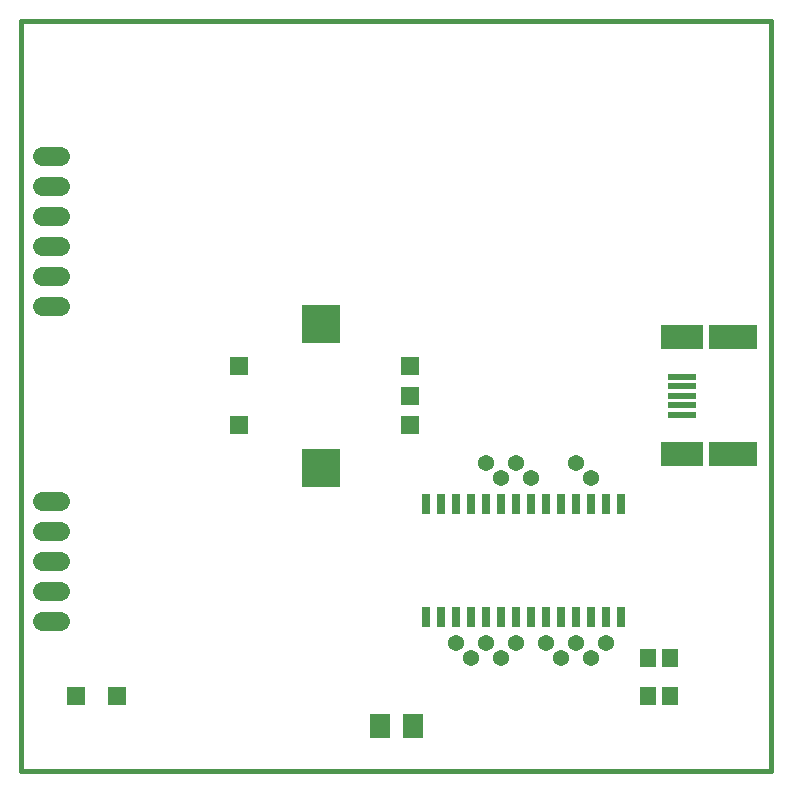
<source format=gts>
G75*
%MOIN*%
%OFA0B0*%
%FSLAX24Y24*%
%IPPOS*%
%LPD*%
%AMOC8*
5,1,8,0,0,1.08239X$1,22.5*
%
%ADD10C,0.0160*%
%ADD11R,0.0631X0.0631*%
%ADD12R,0.0670X0.0827*%
%ADD13R,0.0552X0.0631*%
%ADD14R,0.0296X0.0709*%
%ADD15R,0.0634X0.0634*%
%ADD16R,0.1306X0.1306*%
%ADD17C,0.0540*%
%ADD18R,0.0926X0.0237*%
%ADD19R,0.1615X0.0847*%
%ADD20R,0.1418X0.0847*%
%ADD21C,0.0640*%
D10*
X002050Y000180D02*
X002050Y025180D01*
X027050Y025180D01*
X027050Y000180D01*
X002050Y000180D01*
D11*
X003861Y002680D03*
X005239Y002680D03*
D12*
X013999Y001680D03*
X015101Y001680D03*
D13*
X022926Y002680D03*
X023674Y002680D03*
X023674Y003930D03*
X022926Y003930D03*
D14*
X022050Y005298D03*
X021550Y005298D03*
X021050Y005298D03*
X020550Y005298D03*
X020050Y005298D03*
X019550Y005298D03*
X019050Y005298D03*
X018550Y005298D03*
X018050Y005298D03*
X017550Y005298D03*
X017050Y005298D03*
X016550Y005298D03*
X016050Y005298D03*
X015550Y005298D03*
X015550Y009062D03*
X016050Y009062D03*
X016550Y009062D03*
X017050Y009062D03*
X017550Y009062D03*
X018050Y009062D03*
X018550Y009062D03*
X019050Y009062D03*
X019550Y009062D03*
X020050Y009062D03*
X020550Y009062D03*
X021050Y009062D03*
X021550Y009062D03*
X022050Y009062D03*
D15*
X015003Y011696D03*
X015003Y012680D03*
X015003Y013664D03*
X009294Y013664D03*
X009294Y011696D03*
D16*
X012050Y010278D03*
X012050Y015082D03*
D17*
X017550Y010430D03*
X018050Y009930D03*
X018550Y010430D03*
X019050Y009930D03*
X020550Y010430D03*
X021050Y009930D03*
X020550Y004430D03*
X020050Y003930D03*
X019550Y004430D03*
X018550Y004430D03*
X018050Y003930D03*
X017550Y004430D03*
X017050Y003930D03*
X016550Y004430D03*
X021050Y003930D03*
X021550Y004430D03*
D18*
X024089Y012050D03*
X024089Y012365D03*
X024089Y012680D03*
X024089Y012995D03*
X024089Y013310D03*
D19*
X025763Y014629D03*
X025763Y010731D03*
D20*
X024089Y010731D03*
X024089Y014629D03*
D21*
X003350Y015680D02*
X002750Y015680D01*
X002750Y016680D02*
X003350Y016680D01*
X003350Y017680D02*
X002750Y017680D01*
X002750Y018680D02*
X003350Y018680D01*
X003350Y019680D02*
X002750Y019680D01*
X002750Y020680D02*
X003350Y020680D01*
X003350Y009180D02*
X002750Y009180D01*
X002750Y008180D02*
X003350Y008180D01*
X003350Y007180D02*
X002750Y007180D01*
X002750Y006180D02*
X003350Y006180D01*
X003350Y005180D02*
X002750Y005180D01*
M02*

</source>
